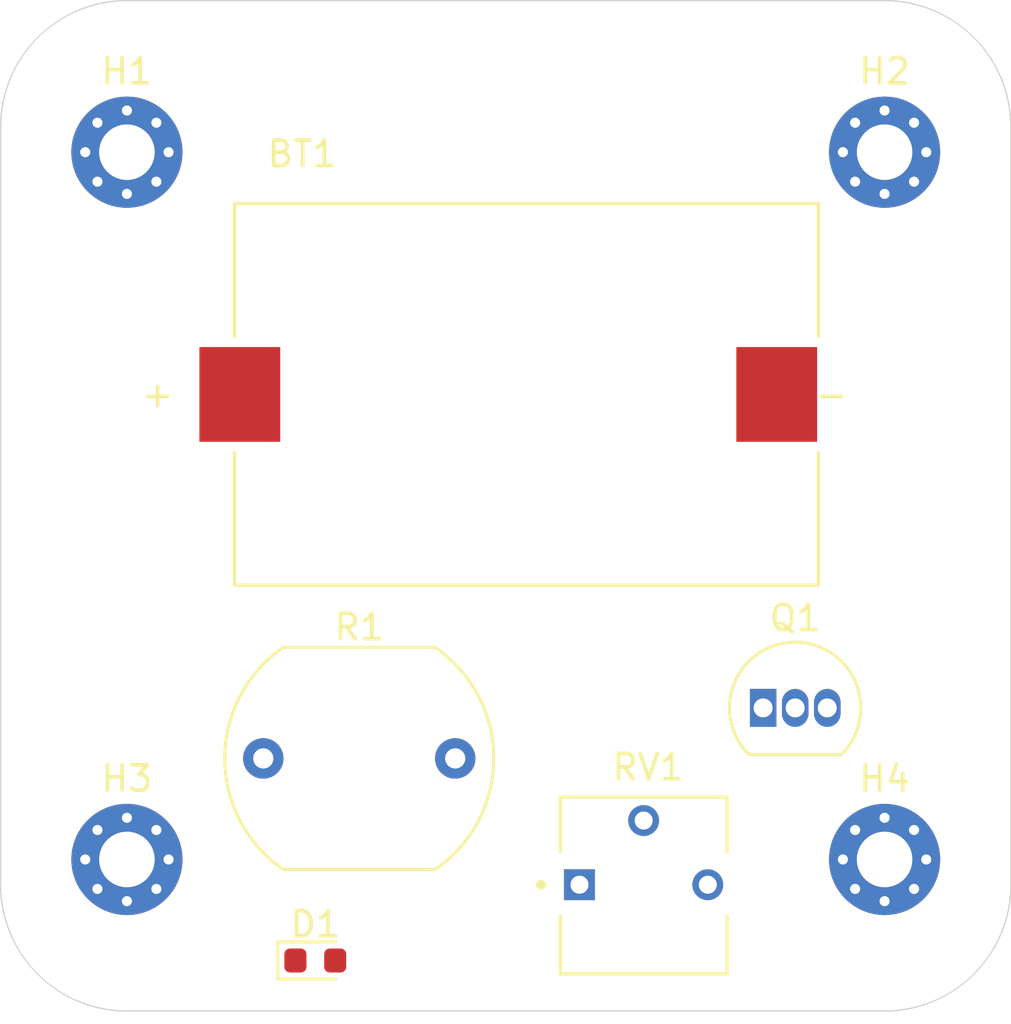
<source format=kicad_pcb>
(kicad_pcb (version 20240108) (generator "pcbnew") (generator_version "8.0")
  (layers (0 "F.Cu" signal) (31 "B.Cu" signal) (34 "B.Paste" user) (35 "F.Paste" user) (36 "B.SilkS" user "B.Silkscreen") (37 "F.SilkS" user "F.Silkscreen") (38 "B.Mask" user) (39 "F.Mask" user) (44 "Edge.Cuts" user))
  (net 0 "")
  (net 1 "Net-(BT1-Pad+)")
  (net 2 "GND")
  (net 3 "Net-(D1-K)")
  (net 4 "Net-(Q1-B)")
  (footprint "MountingHole:MountingHole_2.2mm_M2_Pad_Via" (layer "F.Cu") (at 175 76)
    (property "Reference" "H2" (at 0 -3.2 0) (layer "F.SilkS"))
    (property "Value" "M2")
    (pad "1" thru_hole circle (at -1.65 0) (size 0.7 0.7) (drill 0.4) (layers "*.Cu" "*.Mask") (net 2 "GND"))
    (pad "1" thru_hole circle (at -1.166726 -1.166726) (size 0.7 0.7) (drill 0.4) (layers "*.Cu" "*.Mask") (net 2 "GND"))
    (pad "1" thru_hole circle (at -1.166726 1.166726) (size 0.7 0.7) (drill 0.4) (layers "*.Cu" "*.Mask") (net 2 "GND"))
    (pad "1" thru_hole circle (at 0 -1.65) (size 0.7 0.7) (drill 0.4) (layers "*.Cu" "*.Mask") (net 2 "GND"))
    (pad "1" thru_hole circle (at 0 0) (size 4.4 4.4) (drill 2.2) (layers "*.Cu" "*.Mask") (net 2 "GND"))
    (pad "1" thru_hole circle (at 0 1.65) (size 0.7 0.7) (drill 0.4) (layers "*.Cu" "*.Mask") (net 2 "GND"))
    (pad "1" thru_hole circle (at 1.166726 -1.166726) (size 0.7 0.7) (drill 0.4) (layers "*.Cu" "*.Mask") (net 2 "GND"))
    (pad "1" thru_hole circle (at 1.166726 1.166726) (size 0.7 0.7) (drill 0.4) (layers "*.Cu" "*.Mask") (net 2 "GND"))
    (pad "1" thru_hole circle (at 1.65 0) (size 0.7 0.7) (drill 0.4) (layers "*.Cu" "*.Mask") (net 2 "GND"))
  )
  (footprint "MountingHole:MountingHole_2.2mm_M2_Pad_Via" (layer "F.Cu") (at 175 104)
    (property "Reference" "H4" (at 0 -3.2 0) (layer "F.SilkS"))
    (property "Value" "M2")
    (pad "1" thru_hole circle (at -1.65 0) (size 0.7 0.7) (drill 0.4) (layers "*.Cu" "*.Mask") (net 2 "GND"))
    (pad "1" thru_hole circle (at -1.166726 -1.166726) (size 0.7 0.7) (drill 0.4) (layers "*.Cu" "*.Mask") (net 2 "GND"))
    (pad "1" thru_hole circle (at -1.166726 1.166726) (size 0.7 0.7) (drill 0.4) (layers "*.Cu" "*.Mask") (net 2 "GND"))
    (pad "1" thru_hole circle (at 0 -1.65) (size 0.7 0.7) (drill 0.4) (layers "*.Cu" "*.Mask") (net 2 "GND"))
    (pad "1" thru_hole circle (at 0 0) (size 4.4 4.4) (drill 2.2) (layers "*.Cu" "*.Mask") (net 2 "GND"))
    (pad "1" thru_hole circle (at 0 1.65) (size 0.7 0.7) (drill 0.4) (layers "*.Cu" "*.Mask") (net 2 "GND"))
    (pad "1" thru_hole circle (at 1.166726 -1.166726) (size 0.7 0.7) (drill 0.4) (layers "*.Cu" "*.Mask") (net 2 "GND"))
    (pad "1" thru_hole circle (at 1.166726 1.166726) (size 0.7 0.7) (drill 0.4) (layers "*.Cu" "*.Mask") (net 2 "GND"))
    (pad "1" thru_hole circle (at 1.65 0) (size 0.7 0.7) (drill 0.4) (layers "*.Cu" "*.Mask") (net 2 "GND"))
  )
  (footprint "Coin_Cell_Holder:BAT_BLP2032SM-GTR" (layer "F.Cu") (at 161.46 85.59)
    (property "Reference" "BT1" (at -9.525 -9.525 0) (layer "F.SilkS"))
    (property "Value" "BLP2032SM-GTR")
    (fp_line (start -12.2 -7.55) (end 10.92 -7.55) (stroke (width 0.127)) (layer "F.SilkS"))
    (fp_line (start -12.2 -2.3) (end -12.2 -7.55) (stroke (width 0.127)) (layer "F.SilkS"))
    (fp_line (start -12.2 7.55) (end -12.2 2.3) (stroke (width 0.127)) (layer "F.SilkS"))
    (fp_line (start 10.92 -7.55) (end 10.92 -2.3) (stroke (width 0.127)) (layer "F.SilkS"))
    (fp_line (start 10.92 2.3) (end 10.92 7.55) (stroke (width 0.127)) (layer "F.SilkS"))
    (fp_line (start 10.92 7.55) (end -12.2 7.55) (stroke (width 0.127)) (layer "F.SilkS"))
    (fp_text user "+" (at -15.24 0 0) (layer "F.SilkS"))
    (fp_text user "-" (at 11.43 0 0) (layer "F.SilkS"))
    (pad "+" smd rect (at -11.99 0) (size 3.2 3.75) (layers "F.Cu" "F.Paste" "F.Mask") (net 1 "Net-(BT1-Pad+)"))
    (pad "-" smd rect (at 9.27 0) (size 3.2 3.75) (layers "F.Cu" "F.Paste" "F.Mask") (net 2 "GND"))
  )
  (footprint "MountingHole:MountingHole_2.2mm_M2_Pad_Via" (layer "F.Cu") (at 145 104)
    (property "Reference" "H3" (at 0 -3.2 0) (layer "F.SilkS"))
    (property "Value" "M2")
    (pad "1" thru_hole circle (at -1.65 0) (size 0.7 0.7) (drill 0.4) (layers "*.Cu" "*.Mask") (net 2 "GND"))
    (pad "1" thru_hole circle (at -1.166726 -1.166726) (size 0.7 0.7) (drill 0.4) (layers "*.Cu" "*.Mask") (net 2 "GND"))
    (pad "1" thru_hole circle (at -1.166726 1.166726) (size 0.7 0.7) (drill 0.4) (layers "*.Cu" "*.Mask") (net 2 "GND"))
    (pad "1" thru_hole circle (at 0 -1.65) (size 0.7 0.7) (drill 0.4) (layers "*.Cu" "*.Mask") (net 2 "GND"))
    (pad "1" thru_hole circle (at 0 0) (size 4.4 4.4) (drill 2.2) (layers "*.Cu" "*.Mask") (net 2 "GND"))
    (pad "1" thru_hole circle (at 0 1.65) (size 0.7 0.7) (drill 0.4) (layers "*.Cu" "*.Mask") (net 2 "GND"))
    (pad "1" thru_hole circle (at 1.166726 -1.166726) (size 0.7 0.7) (drill 0.4) (layers "*.Cu" "*.Mask") (net 2 "GND"))
    (pad "1" thru_hole circle (at 1.166726 1.166726) (size 0.7 0.7) (drill 0.4) (layers "*.Cu" "*.Mask") (net 2 "GND"))
    (pad "1" thru_hole circle (at 1.65 0) (size 0.7 0.7) (drill 0.4) (layers "*.Cu" "*.Mask") (net 2 "GND"))
  )
  (footprint "trim potentiometer:TRIM_3362P-1-204" (layer "F.Cu") (at 165.46 105)
    (property "Reference" "RV1" (at 0.17547 -4.64779 0) (layer "F.SilkS") (effects (font (size 1.002756 1.002756))))
    (property "Value" "10k")
    (fp_line (start -3.3 -3.47) (end 3.3 -3.47) (stroke (width 0.127)) (layer "F.SilkS"))
    (fp_line (start -3.3 -1.305) (end -3.3 -3.47) (stroke (width 0.127)) (layer "F.SilkS"))
    (fp_line (start -3.3 3.52) (end -3.3 1.235) (stroke (width 0.127)) (layer "F.SilkS"))
    (fp_line (start 3.3 -3.47) (end 3.3 -1.305) (stroke (width 0.127)) (layer "F.SilkS"))
    (fp_line (start 3.3 1.235) (end 3.3 3.52) (stroke (width 0.127)) (layer "F.SilkS"))
    (fp_line (start 3.3 3.53) (end -3.3 3.53) (stroke (width 0.127)) (layer "F.SilkS"))
    (fp_circle (center -4.064 0) (end -3.964 0) (stroke (width 0.2)) (fill none) (layer "F.SilkS"))
    (pad "1" thru_hole rect (at -2.54 0) (size 1.222 1.222) (drill 0.714) (layers "*.Cu" "*.Mask") (net 2 "GND"))
    (pad "2" thru_hole circle (at 0 -2.54) (size 1.222 1.222) (drill 0.714) (layers "*.Cu" "*.Mask") (net 4 "Net-(Q1-B)"))
    (pad "3" thru_hole circle (at 2.54 0) (size 1.222 1.222) (drill 0.714) (layers "*.Cu" "*.Mask"))
  )
  (footprint "MountingHole:MountingHole_2.2mm_M2_Pad_Via" (layer "F.Cu") (at 145 76)
    (property "Reference" "H1" (at 0 -3.2 0) (layer "F.SilkS"))
    (property "Value" "M2")
    (pad "1" thru_hole circle (at -1.65 0) (size 0.7 0.7) (drill 0.4) (layers "*.Cu" "*.Mask") (net 2 "GND"))
    (pad "1" thru_hole circle (at -1.166726 -1.166726) (size 0.7 0.7) (drill 0.4) (layers "*.Cu" "*.Mask") (net 2 "GND"))
    (pad "1" thru_hole circle (at -1.166726 1.166726) (size 0.7 0.7) (drill 0.4) (layers "*.Cu" "*.Mask") (net 2 "GND"))
    (pad "1" thru_hole circle (at 0 -1.65) (size 0.7 0.7) (drill 0.4) (layers "*.Cu" "*.Mask") (net 2 "GND"))
    (pad "1" thru_hole circle (at 0 0) (size 4.4 4.4) (drill 2.2) (layers "*.Cu" "*.Mask") (net 2 "GND"))
    (pad "1" thru_hole circle (at 0 1.65) (size 0.7 0.7) (drill 0.4) (layers "*.Cu" "*.Mask") (net 2 "GND"))
    (pad "1" thru_hole circle (at 1.166726 -1.166726) (size 0.7 0.7) (drill 0.4) (layers "*.Cu" "*.Mask") (net 2 "GND"))
    (pad "1" thru_hole circle (at 1.166726 1.166726) (size 0.7 0.7) (drill 0.4) (layers "*.Cu" "*.Mask") (net 2 "GND"))
    (pad "1" thru_hole circle (at 1.65 0) (size 0.7 0.7) (drill 0.4) (layers "*.Cu" "*.Mask") (net 2 "GND"))
  )
  (footprint "Package_TO_SOT_THT:TO-92_Inline" (layer "F.Cu") (at 170.19 98)
    (property "Reference" "Q1" (at 1.27 -3.56 0) (layer "F.SilkS"))
    (property "Value" "BC547")
    (fp_line (start -0.53 1.85) (end 3.07 1.85) (stroke (width 0.12)) (layer "F.SilkS"))
    (fp_arc (start -0.568478 1.838478) (mid -1.132087 -0.994977) (end 1.27 -2.6) (stroke (width 0.12)) (layer "F.SilkS"))
    (fp_arc (start 1.27 -2.6) (mid 3.672087 -0.994977) (end 3.108478 1.838478) (stroke (width 0.12)) (layer "F.SilkS"))
    (pad "1" thru_hole rect (at 0 0) (size 1.05 1.5) (drill 0.75) (layers "*.Cu" "*.Mask") (net 3 "Net-(D1-K)"))
    (pad "2" thru_hole oval (at 1.27 0) (size 1.05 1.5) (drill 0.75) (layers "*.Cu" "*.Mask") (net 4 "Net-(Q1-B)"))
    (pad "3" thru_hole oval (at 2.54 0) (size 1.05 1.5) (drill 0.75) (layers "*.Cu" "*.Mask") (net 2 "GND"))
  )
  (footprint "OptoDevice:R_LDR_10x8.5mm_P7.6mm_Vertical" (layer "F.Cu") (at 150.4 100)
    (property "Reference" "R1" (at 3.8 -5.2 0) (layer "F.SilkS"))
    (property "Value" "LDR03")
    (fp_line (start 0.8 -4.4) (end 6.8 -4.4) (stroke (width 0.12)) (layer "F.SilkS"))
    (fp_line (start 0.8 4.4) (end 6.8 4.4) (stroke (width 0.12)) (layer "F.SilkS"))
    (fp_arc (start 0.8 4.4) (mid -1.525374 0.019809) (end 0.76735 -4.37756) (stroke (width 0.12)) (layer "F.SilkS"))
    (fp_arc (start 6.8 -4.4) (mid 9.125374 -0.019809) (end 6.83265 4.37756) (stroke (width 0.12)) (layer "F.SilkS"))
    (pad "1" thru_hole circle (at 0 0) (size 1.6 1.6) (drill 0.8) (layers "*.Cu" "*.Mask") (net 4 "Net-(Q1-B)"))
    (pad "2" thru_hole circle (at 7.6 0) (size 1.6 1.6) (drill 0.8) (layers "*.Cu" "*.Mask") (net 1 "Net-(BT1-Pad+)"))
  )
  (footprint "LED_SMD:LED_0603_1608Metric" (layer "F.Cu") (at 152.46 108)
    (property "Reference" "D1" (at 0 -1.43 0) (layer "F.SilkS"))
    (property "Value" "LED")
    (fp_line (start -1.485 -0.735) (end -1.485 0.735) (stroke (width 0.12)) (layer "F.SilkS"))
    (fp_line (start -1.485 0.735) (end 0.8 0.735) (stroke (width 0.12)) (layer "F.SilkS"))
    (fp_line (start 0.8 -0.735) (end -1.485 -0.735) (stroke (width 0.12)) (layer "F.SilkS"))
    (pad "1" smd roundrect (at -0.7875 0) (size 0.875 0.95) (layers "F.Cu" "F.Paste" "F.Mask") (net 3 "Net-(D1-K)"))
    (pad "2" smd roundrect (at 0.7875 0) (size 0.875 0.95) (layers "F.Cu" "F.Paste" "F.Mask") (net 2 "GND"))
  )
  (gr_line (start 140 75) (end 140 105) (stroke (width 0.05)) (layer "Edge.Cuts"))
  (gr_arc (start 180 105) (mid 178.535534 108.535534) (end 175 110) (stroke (width 0.05)) (layer "Edge.Cuts"))
  (gr_line (start 145 110) (end 175 110) (stroke (width 0.05)) (layer "Edge.Cuts"))
  (gr_arc (start 175 70) (mid 178.535534 71.464466) (end 180 75) (stroke (width 0.05)) (layer "Edge.Cuts"))
  (gr_line (start 145 70) (end 175 70) (stroke (width 0.05)) (layer "Edge.Cuts"))
  (gr_arc (start 140 75) (mid 141.464466 71.464466) (end 145 70) (stroke (width 0.05)) (layer "Edge.Cuts"))
  (gr_arc (start 145 110) (mid 141.464466 108.535534) (end 140 105) (stroke (width 0.05)) (layer "Edge.Cuts"))
  (gr_line (start 180 105) (end 180 75) (stroke (width 0.05)) (layer "Edge.Cuts"))
)
</source>
